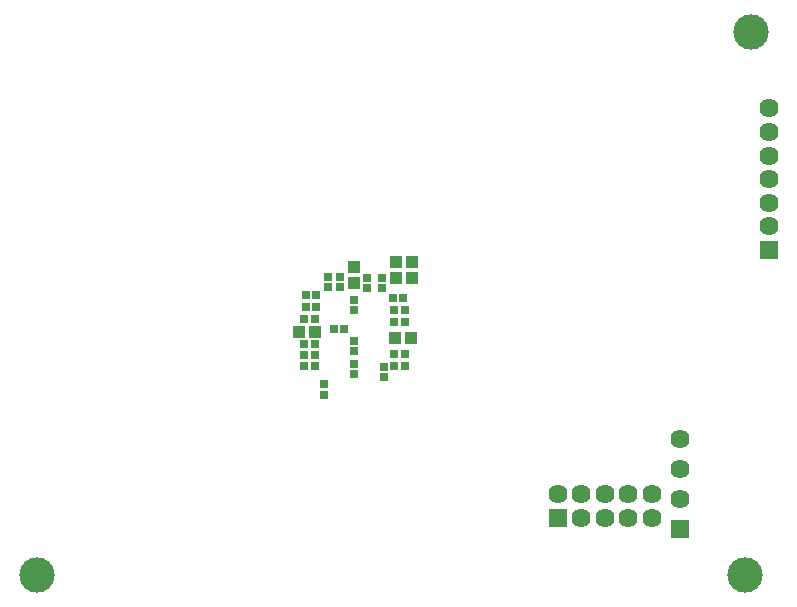
<source format=gbs>
G04*
G04 #@! TF.GenerationSoftware,Altium Limited,Altium Designer,24.4.1 (13)*
G04*
G04 Layer_Color=16711935*
%FSLAX44Y44*%
%MOMM*%
G71*
G04*
G04 #@! TF.SameCoordinates,12DE7ABD-5068-41A5-B1A4-11BDF0A404C9*
G04*
G04*
G04 #@! TF.FilePolarity,Negative*
G04*
G01*
G75*
%ADD44C,3.0000*%
%ADD51R,0.7200X0.7600*%
%ADD57R,1.0200X1.1200*%
%ADD62R,0.7600X0.7200*%
%ADD67R,1.1200X1.0200*%
%ADD75C,1.6200*%
%ADD76R,1.6200X1.6200*%
D44*
X925000Y700000D02*
D03*
X920000Y240000D02*
D03*
X320000D02*
D03*
D51*
X555400Y417000D02*
D03*
X546600D02*
D03*
X571600Y448000D02*
D03*
X580400D02*
D03*
X621600Y474000D02*
D03*
X630400D02*
D03*
X622600Y454000D02*
D03*
X631400D02*
D03*
X555400Y435000D02*
D03*
X546600D02*
D03*
Y426000D02*
D03*
X555400D02*
D03*
Y457000D02*
D03*
X546600D02*
D03*
X631400Y464000D02*
D03*
X622600D02*
D03*
X631400Y427000D02*
D03*
X622600D02*
D03*
X631400Y417000D02*
D03*
X622600D02*
D03*
X556400Y477000D02*
D03*
X547600D02*
D03*
Y467000D02*
D03*
X556400D02*
D03*
D57*
X542250Y446000D02*
D03*
X555750D02*
D03*
X624250Y505000D02*
D03*
X637750D02*
D03*
Y491000D02*
D03*
X624250D02*
D03*
X637000Y440500D02*
D03*
X623500D02*
D03*
D62*
X563000Y401400D02*
D03*
Y392600D02*
D03*
X614371Y407120D02*
D03*
Y415920D02*
D03*
X577000Y483600D02*
D03*
Y492400D02*
D03*
X567000D02*
D03*
Y483600D02*
D03*
X612000Y482600D02*
D03*
Y491400D02*
D03*
X600000D02*
D03*
Y482600D02*
D03*
X588500Y464100D02*
D03*
Y472900D02*
D03*
Y410100D02*
D03*
Y418900D02*
D03*
Y437900D02*
D03*
Y429100D02*
D03*
D67*
Y486750D02*
D03*
Y500250D02*
D03*
D75*
X865000Y355400D02*
D03*
Y304600D02*
D03*
Y330000D02*
D03*
X940000Y575000D02*
D03*
Y595000D02*
D03*
Y615000D02*
D03*
Y535000D02*
D03*
Y555000D02*
D03*
Y635000D02*
D03*
X761000Y308000D02*
D03*
X781000Y288000D02*
D03*
Y308000D02*
D03*
X801000Y288000D02*
D03*
Y308000D02*
D03*
X821000Y288000D02*
D03*
Y308000D02*
D03*
X841000Y288000D02*
D03*
Y308000D02*
D03*
D76*
X865000Y279200D02*
D03*
X940000Y515000D02*
D03*
X761000Y288000D02*
D03*
M02*

</source>
